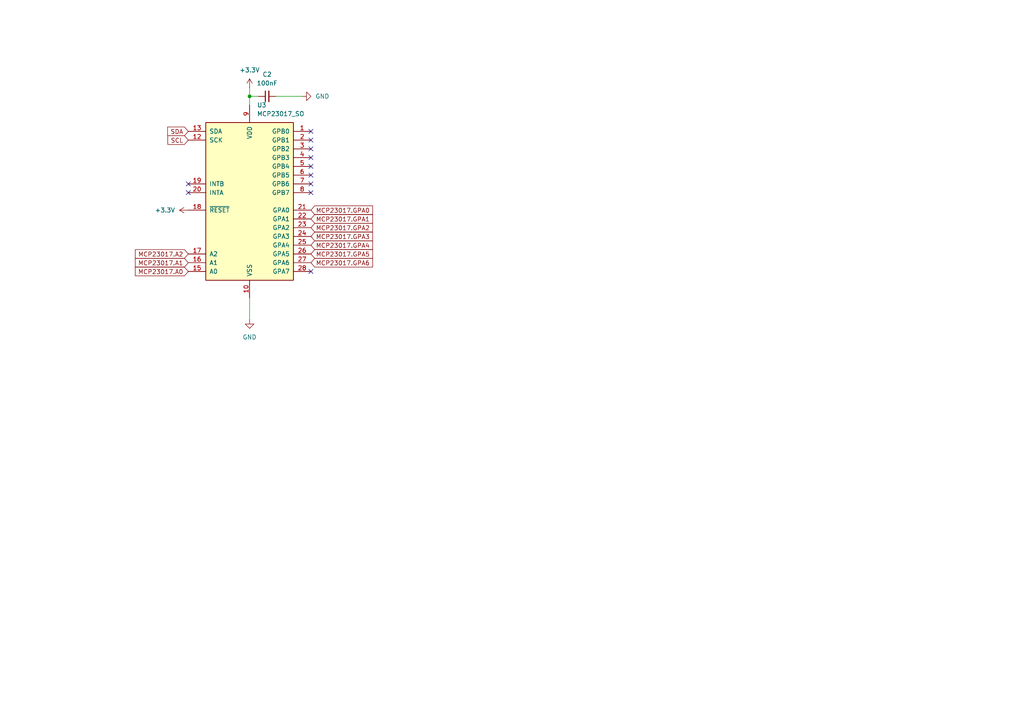
<source format=kicad_sch>
(kicad_sch (version 20250114) (generator "eeschema") (generator_version "9.0")
  (paper "A4")
  (lib_symbols
    (symbol "Device:C_Small" (pin_numbers (hide yes)) (pin_names (offset 0.254) (hide yes))
      (property "Reference" "C" (at 0.254 1.778 0))
      (property "Value" "C_Small" (at 0.254 -2.032 0))
      (symbol "C_Small_0_1"
        (polyline (pts (xy -1.524 0.508) (xy 1.524 0.508)) (stroke (width 0.3048)))
        (polyline (pts (xy -1.524 -0.508) (xy 1.524 -0.508)) (stroke (width 0.3302)))
      )
      (symbol "C_Small_1_1"
        (pin passive line (at 0 2.54 270) (length 2.032) (name "~") (number "1"))
        (pin passive line (at 0 -2.54 90) (length 2.032) (name "~") (number "2"))
      )
    )
    (symbol "Interface_Expansion:MCP23017_SO" (pin_names (offset 1.016))
      (property "Reference" "U" (at -11.43 24.13 0))
      (property "Value" "MCP23017_SO" (at 0 0 0))
      (symbol "MCP23017_SO_0_1"
        (rectangle (start -12.7 22.86) (end 12.7 -22.86) (stroke (width 0.254)) (fill (type background)))
      )
      (symbol "MCP23017_SO_1_1"
        (pin bidirectional line (at -17.78 20.32 0) (length 5.08) (name "SDA") (number "13"))
        (pin input line (at -17.78 17.78 0) (length 5.08) (name "SCK") (number "12"))
        (pin tri_state line (at -17.78 5.08 0) (length 5.08) (name "INTB") (number "19"))
        (pin tri_state line (at -17.78 2.54 0) (length 5.08) (name "INTA") (number "20"))
        (pin input line (at -17.78 -2.54 0) (length 5.08) (name "~{RESET}") (number "18"))
        (pin input line (at -17.78 -15.24 0) (length 5.08) (name "A2") (number "17"))
        (pin input line (at -17.78 -17.78 0) (length 5.08) (name "A1") (number "16"))
        (pin input line (at -17.78 -20.32 0) (length 5.08) (name "A0") (number "15"))
        (pin no_connect line (at -12.7 15.24 0) (length 5.08) (hide yes) (name "NC") (number "11"))
        (pin no_connect line (at -12.7 12.7 0) (length 5.08) (hide yes) (name "NC") (number "14"))
        (pin power_in line (at 0 27.94 270) (length 5.08) (name "VDD") (number "9"))
        (pin power_in line (at 0 -27.94 90) (length 5.08) (name "VSS") (number "10"))
        (pin bidirectional line (at 17.78 20.32 180) (length 5.08) (name "GPB0") (number "1"))
        (pin bidirectional line (at 17.78 17.78 180) (length 5.08) (name "GPB1") (number "2"))
        (pin bidirectional line (at 17.78 15.24 180) (length 5.08) (name "GPB2") (number "3"))
        (pin bidirectional line (at 17.78 12.7 180) (length 5.08) (name "GPB3") (number "4"))
        (pin bidirectional line (at 17.78 10.16 180) (length 5.08) (name "GPB4") (number "5"))
        (pin bidirectional line (at 17.78 7.62 180) (length 5.08) (name "GPB5") (number "6"))
        (pin bidirectional line (at 17.78 5.08 180) (length 5.08) (name "GPB6") (number "7"))
        (pin output line (at 17.78 2.54 180) (length 5.08) (name "GPB7") (number "8"))
        (pin bidirectional line (at 17.78 -2.54 180) (length 5.08) (name "GPA0") (number "21"))
        (pin bidirectional line (at 17.78 -5.08 180) (length 5.08) (name "GPA1") (number "22"))
        (pin bidirectional line (at 17.78 -7.62 180) (length 5.08) (name "GPA2") (number "23"))
        (pin bidirectional line (at 17.78 -10.16 180) (length 5.08) (name "GPA3") (number "24"))
        (pin bidirectional line (at 17.78 -12.7 180) (length 5.08) (name "GPA4") (number "25"))
        (pin bidirectional line (at 17.78 -15.24 180) (length 5.08) (name "GPA5") (number "26"))
        (pin bidirectional line (at 17.78 -17.78 180) (length 5.08) (name "GPA6") (number "27"))
        (pin output line (at 17.78 -20.32 180) (length 5.08) (name "GPA7") (number "28"))
      )
    )
    (symbol "power:+3.3V" (power) (pin_numbers (hide yes)) (pin_names (offset 0) (hide yes))
      (property "Value" "+3.3V" (at 0 3.556 0))
      (symbol "+3.3V_0_1"
        (polyline (pts (xy -0.762 1.27) (xy 0 2.54)))
        (polyline (pts (xy 0 2.54) (xy 0.762 1.27)))
        (polyline (pts (xy 0 0) (xy 0 2.54)))
      )
      (symbol "+3.3V_1_1"
        (pin power_in line (at 0 0 90) (length 0) (name "~") (number "1"))
      )
    )
    (symbol "power:GND" (power) (pin_numbers (hide yes)) (pin_names (offset 0) (hide yes))
      (property "Value" "GND" (at 0 -3.81 0))
      (symbol "GND_0_1"
        (polyline (pts (xy 0 0) (xy 0 -1.27) (xy 1.27 -1.27) (xy 0 -2.54) (xy -1.27 -1.27) (xy 0 -1.27)))
      )
      (symbol "GND_1_1"
        (pin power_in line (at 0 0 270) (length 0) (name "~") (number "1"))
      )
    )
  )
  (junction (at 72.39 27.94))
  (no_connect (at 90.17 78.74))
  (no_connect (at 54.61 55.88))
  (no_connect (at 90.17 50.8))
  (no_connect (at 90.17 53.34))
  (no_connect (at 90.17 38.1))
  (no_connect (at 90.17 45.72))
  (no_connect (at 90.17 40.64))
  (no_connect (at 90.17 55.88))
  (no_connect (at 90.17 48.26))
  (no_connect (at 54.61 53.34))
  (no_connect (at 90.17 43.18))
  (wire (pts (xy 80.01 27.94) (xy 87.63 27.94)))
  (wire (pts (xy 72.39 27.94) (xy 72.39 30.48)))
  (wire (pts (xy 72.39 25.4) (xy 72.39 27.94)))
  (wire (pts (xy 72.39 86.36) (xy 72.39 92.71)))
  (wire (pts (xy 72.39 27.94) (xy 74.93 27.94)))
  (global_label "SCL" (shape input) (at 54.61 40.64 180) (property "Intersheetrefs" "${INTERSHEET_REFS}" (effects (hide yes))))
  (global_label "MCP23017.GPA6" (shape input) (at 90.17 76.2 0) (property "Intersheetrefs" "${INTERSHEET_REFS}" (effects (hide yes))))
  (global_label "MCP23017.A1" (shape input) (at 54.61 76.2 180) (property "Intersheetrefs" "${INTERSHEET_REFS}" (effects (hide yes))))
  (global_label "MCP23017.A0" (shape input) (at 54.61 78.74 180) (property "Intersheetrefs" "${INTERSHEET_REFS}" (effects (hide yes))))
  (global_label "MCP23017.GPA4" (shape input) (at 90.17 71.12 0) (property "Intersheetrefs" "${INTERSHEET_REFS}" (effects (hide yes))))
  (global_label "SDA" (shape input) (at 54.61 38.1 180) (property "Intersheetrefs" "${INTERSHEET_REFS}" (effects (hide yes))))
  (global_label "MCP23017.GPA0" (shape input) (at 90.17 60.96 0) (property "Intersheetrefs" "${INTERSHEET_REFS}" (effects (hide yes))))
  (global_label "MCP23017.A2" (shape input) (at 54.61 73.66 180) (property "Intersheetrefs" "${INTERSHEET_REFS}" (effects (hide yes))))
  (global_label "MCP23017.GPA5" (shape input) (at 90.17 73.66 0) (property "Intersheetrefs" "${INTERSHEET_REFS}" (effects (hide yes))))
  (global_label "MCP23017.GPA1" (shape input) (at 90.17 63.5 0) (property "Intersheetrefs" "${INTERSHEET_REFS}" (effects (hide yes))))
  (global_label "MCP23017.GPA2" (shape input) (at 90.17 66.04 0) (property "Intersheetrefs" "${INTERSHEET_REFS}" (effects (hide yes))))
  (global_label "MCP23017.GPA3" (shape input) (at 90.17 68.58 0) (property "Intersheetrefs" "${INTERSHEET_REFS}" (effects (hide yes))))
  (symbol (lib_id "power:GND") (at 87.63 27.94 90) (unit 1)
    (property "Reference" "#PWR09" (effects (hide yes)))
    (property "Value" "GND" (at 91.44 27.9399 90) (effects (justify right)))
    (property "Description" "Power symbol creates a global label with name \"GND\" , ground" (effects (hide yes)))
  )
  (symbol (lib_id "power:+3.3V") (at 72.39 25.4 0) (unit 1)
    (property "Reference" "#PWR05" (effects (hide yes)))
    (property "Value" "+3.3V" (at 72.39 20.32 0))
    (property "Description" "Power symbol creates a global label with name \"+3.3V\"" (effects (hide yes)))
  )
  (symbol (lib_id "power:+3.3V") (at 54.61 60.96 90) (unit 1)
    (property "Reference" "#PWR012" (effects (hide yes)))
    (property "Value" "+3.3V" (at 50.8 60.9599 90) (effects (justify left)))
    (property "Description" "Power symbol creates a global label with name \"+3.3V\"" (effects (hide yes)))
  )
  (symbol (lib_id "Interface_Expansion:MCP23017_SO") (at 72.39 58.42 0) (unit 1)
    (property "Reference" "U3" (at 74.5333 30.48 0) (effects (justify left)))
    (property "Value" "MCP23017_SO" (at 74.5333 33.02 0) (effects (justify left)))
    (property "Footprint" "Package_SO:SOIC-28W_7.5x17.9mm_P1.27mm" (effects (hide yes)))
    (property "Datasheet" "https://ww1.microchip.com/downloads/aemDocuments/documents/APID/ProductDocuments/DataSheets/MCP23017-Data-Sheet-DS20001952.pdf" (effects (hide yes)))
    (property "Description" "16-bit I/O expander, I2C, interrupts, w pull-ups, GPA/B7 output only (https://microchip.my.site.com/s/article/GPA7---GPB7-Cannot-Be-Used-as-Inputs-In-MCP23017),  SOIC-28" (effects (hide yes)))
  )
  (symbol (lib_id "power:GND") (at 72.39 92.71 0) (unit 1)
    (property "Reference" "#PWR010" (effects (hide yes)))
    (property "Value" "GND" (at 72.39 97.79 0))
    (property "Description" "Power symbol creates a global label with name \"GND\" , ground" (effects (hide yes)))
  )
  (symbol (lib_id "Device:C_Small") (at 77.47 27.94 90) (unit 1)
    (property "Reference" "C2" (at 77.4763 21.59 90))
    (property "Value" "100nF" (at 77.4763 24.13 90))
    (property "Footprint" "Capacitor_SMD:C_0402_1005Metric" (effects (hide yes)))
    (property "Description" "Unpolarized capacitor, small symbol" (effects (hide yes)))
  )
)
</source>
